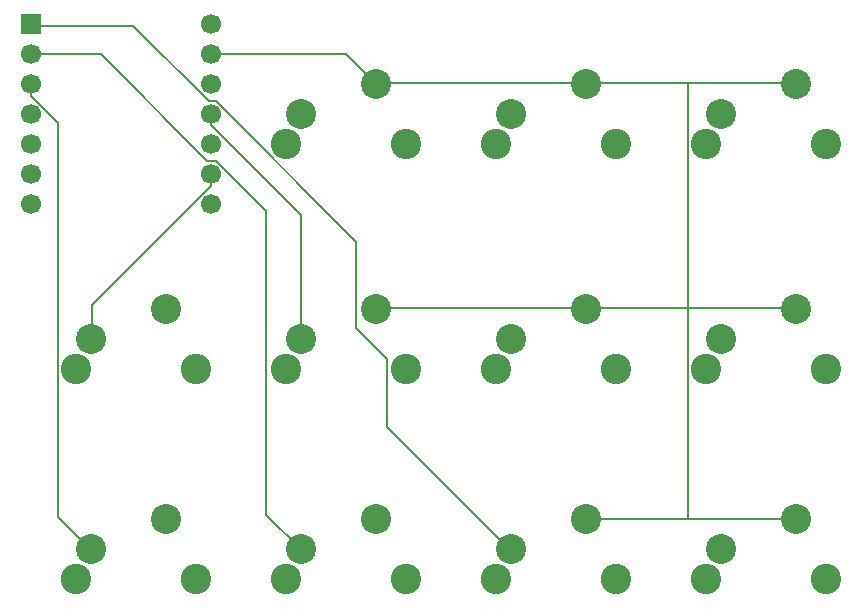
<source format=gbr>
G04 EAGLE Gerber RS-274X export*
G75*
%MOMM*%
%FSLAX34Y34*%
%LPD*%
%INTop Copper*%
%IPPOS*%
%AMOC8*
5,1,8,0,0,1.08239X$1,22.5*%
G01*
G04 Define Apertures*
%ADD10C,2.540000*%
%ADD11C,2.571600*%
%ADD12R,1.700000X1.700000*%
%ADD13C,1.700000*%
%ADD14C,0.152400*%
D10*
X266700Y482600D03*
X330200Y508000D03*
D11*
X254000Y457200D03*
X355600Y457200D03*
D10*
X444500Y673100D03*
X508000Y698500D03*
D11*
X431800Y647700D03*
X533400Y647700D03*
D10*
X266700Y673100D03*
X330200Y698500D03*
D11*
X254000Y647700D03*
X355600Y647700D03*
D10*
X444500Y482600D03*
X508000Y508000D03*
D11*
X431800Y457200D03*
X533400Y457200D03*
D10*
X88900Y482600D03*
X152400Y508000D03*
D11*
X76200Y457200D03*
X177800Y457200D03*
D10*
X622300Y304800D03*
X685800Y330200D03*
D11*
X609600Y279400D03*
X711200Y279400D03*
D10*
X444500Y304800D03*
X508000Y330200D03*
D11*
X431800Y279400D03*
X533400Y279400D03*
D10*
X266700Y304800D03*
X330200Y330200D03*
D11*
X254000Y279400D03*
X355600Y279400D03*
D10*
X88900Y304800D03*
X152400Y330200D03*
D11*
X76200Y279400D03*
X177800Y279400D03*
D10*
X622300Y482600D03*
X685800Y508000D03*
D11*
X609600Y457200D03*
X711200Y457200D03*
D10*
X622300Y673100D03*
X685800Y698500D03*
D11*
X609600Y647700D03*
X711200Y647700D03*
D12*
X38100Y749300D03*
D13*
X38100Y723900D03*
X38100Y698500D03*
X38100Y673100D03*
X38100Y647700D03*
X38100Y622300D03*
X38100Y596900D03*
X190500Y596900D03*
X190500Y622300D03*
X190500Y647700D03*
X190500Y673100D03*
X190500Y698500D03*
X190500Y723900D03*
X190500Y749300D03*
D14*
X124968Y748284D02*
X38100Y748284D01*
X124968Y748284D02*
X188976Y684276D01*
X195072Y684276D01*
X313944Y565404D01*
X313944Y492252D01*
X339852Y466344D01*
X339852Y408432D01*
X443484Y304800D01*
X38100Y748284D02*
X38100Y749300D01*
X443484Y304800D02*
X444500Y304800D01*
X97536Y723900D02*
X38100Y723900D01*
X97536Y723900D02*
X187452Y633984D01*
X195072Y633984D01*
X237744Y591312D01*
X237744Y333756D01*
X266700Y304800D01*
X38100Y688848D02*
X38100Y698500D01*
X38100Y688848D02*
X60960Y665988D01*
X60960Y332232D01*
X88392Y304800D01*
X88900Y304800D01*
X190500Y664464D02*
X190500Y673100D01*
X190500Y664464D02*
X266700Y588264D01*
X266700Y482600D01*
X190500Y612648D02*
X190500Y622300D01*
X190500Y612648D02*
X89916Y512064D01*
X89916Y483108D01*
X88900Y482600D01*
X190500Y723900D02*
X304800Y723900D01*
X330200Y698500D01*
X594360Y699516D02*
X685800Y699516D01*
X594360Y699516D02*
X509016Y699516D01*
X508000Y698500D01*
X685800Y698500D02*
X685800Y699516D01*
X507492Y699516D02*
X330708Y699516D01*
X330200Y698500D01*
X507492Y699516D02*
X508000Y698500D01*
X507492Y509016D02*
X330708Y509016D01*
X330200Y508000D01*
X507492Y509016D02*
X508000Y508000D01*
X509016Y509016D02*
X594360Y509016D01*
X685800Y509016D01*
X685800Y508000D01*
X509016Y509016D02*
X508000Y508000D01*
X594360Y330708D02*
X685800Y330708D01*
X594360Y330708D02*
X509016Y330708D01*
X508000Y330200D01*
X685800Y330708D02*
X685800Y330200D01*
X594360Y330708D02*
X594360Y509016D01*
X594360Y699516D01*
M02*

</source>
